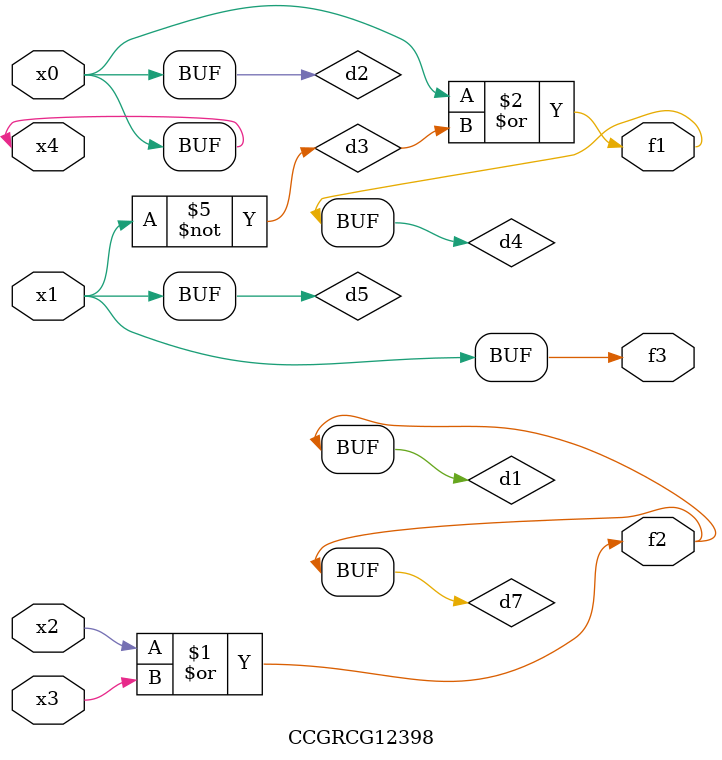
<source format=v>
module CCGRCG12398(
	input x0, x1, x2, x3, x4,
	output f1, f2, f3
);

	wire d1, d2, d3, d4, d5, d6, d7;

	or (d1, x2, x3);
	buf (d2, x0, x4);
	not (d3, x1);
	or (d4, d2, d3);
	not (d5, d3);
	nand (d6, d1, d3);
	or (d7, d1);
	assign f1 = d4;
	assign f2 = d7;
	assign f3 = d5;
endmodule

</source>
